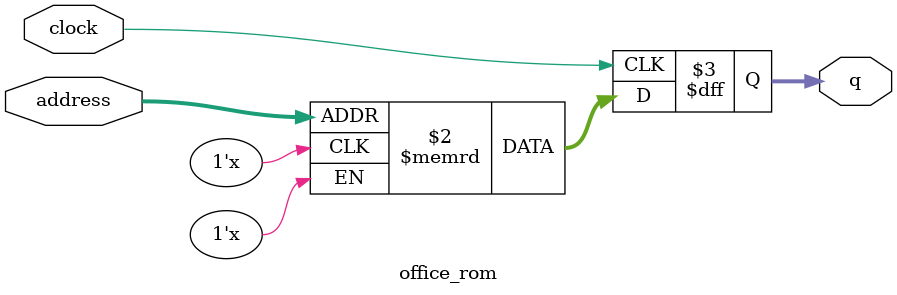
<source format=sv>
module office_rom (
	input logic clock,
	input logic [15:0] address,
	output logic [3:0] q
);

logic [3:0] memory [0:38399] /* synthesis ram_init_file = "./office/office.COE" */;

always_ff @ (posedge clock) begin
	q <= memory[address];
end

endmodule

</source>
